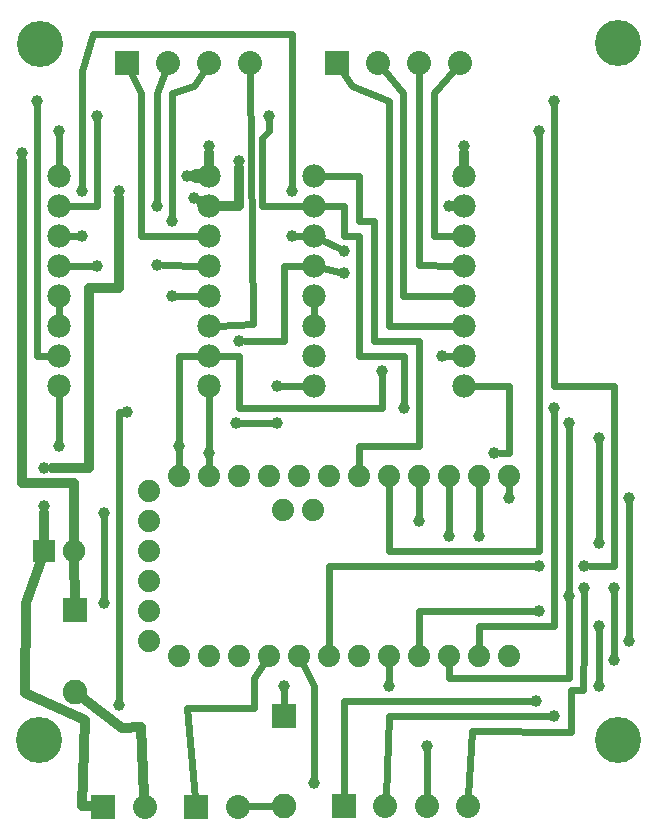
<source format=gbl>
G04 MADE WITH FRITZING*
G04 WWW.FRITZING.ORG*
G04 DOUBLE SIDED*
G04 HOLES PLATED*
G04 CONTOUR ON CENTER OF CONTOUR VECTOR*
%ASAXBY*%
%FSLAX23Y23*%
%MOIN*%
%OFA0B0*%
%SFA1.0B1.0*%
%ADD10C,0.039370*%
%ADD11C,0.082000*%
%ADD12C,0.080000*%
%ADD13C,0.153543*%
%ADD14C,0.075000*%
%ADD15C,0.074000*%
%ADD16C,0.078000*%
%ADD17R,0.082000X0.082000*%
%ADD18R,0.080000X0.080000*%
%ADD19R,0.075000X0.075000*%
%ADD20C,0.024000*%
%ADD21C,0.032000*%
%ADD22C,0.048000*%
%LNCOPPER0*%
G90*
G70*
G54D10*
X541Y2048D03*
X541Y1798D03*
X491Y2098D03*
X493Y1899D03*
X1516Y2298D03*
X666Y2298D03*
X166Y2348D03*
X591Y2198D03*
X41Y2273D03*
X616Y2123D03*
X116Y1098D03*
X116Y1223D03*
X366Y2148D03*
X766Y2248D03*
X1466Y2098D03*
X291Y2398D03*
X866Y2398D03*
X1316Y1423D03*
X1766Y2348D03*
X1816Y1423D03*
X1241Y1548D03*
X1441Y1598D03*
X1116Y1948D03*
X1866Y1373D03*
X1766Y748D03*
X1116Y1873D03*
X666Y1273D03*
X1616Y1273D03*
X941Y2148D03*
X941Y1998D03*
X241Y2148D03*
X241Y1998D03*
X291Y1898D03*
X766Y1648D03*
X566Y1298D03*
X916Y498D03*
X1916Y898D03*
X1766Y898D03*
X91Y2448D03*
X1816Y2448D03*
X1966Y1323D03*
X1966Y973D03*
X1666Y1123D03*
X2066Y1123D03*
X1366Y1048D03*
X2016Y823D03*
X1466Y998D03*
X1566Y998D03*
X1391Y298D03*
X1916Y823D03*
X1866Y798D03*
X166Y1298D03*
X1966Y698D03*
X1966Y498D03*
X1016Y173D03*
X1266Y498D03*
X316Y1073D03*
X316Y773D03*
X891Y1498D03*
X391Y1409D03*
X366Y434D03*
X1755Y448D03*
X2066Y648D03*
X1816Y398D03*
X2016Y584D03*
X755Y1373D03*
X891Y1373D03*
G54D11*
X218Y751D03*
X218Y475D03*
G54D12*
X1116Y98D03*
X1253Y98D03*
X1391Y98D03*
X1529Y98D03*
X391Y2573D03*
X528Y2573D03*
X666Y2573D03*
X804Y2573D03*
X1091Y2573D03*
X1228Y2573D03*
X1366Y2573D03*
X1504Y2573D03*
G54D11*
X916Y396D03*
X916Y98D03*
G54D12*
X623Y93D03*
X761Y93D03*
X313Y93D03*
X451Y93D03*
G54D13*
X100Y318D03*
X2029Y318D03*
X2029Y2641D03*
X104Y2635D03*
G54D14*
X116Y947D03*
X216Y947D03*
G54D15*
X466Y1148D03*
X466Y1048D03*
X466Y948D03*
X466Y848D03*
X466Y748D03*
X466Y648D03*
X566Y1198D03*
X666Y1198D03*
X766Y1198D03*
X866Y1198D03*
X966Y1198D03*
X911Y1083D03*
X1011Y1083D03*
X1066Y1198D03*
X1166Y1198D03*
X1266Y1198D03*
X1366Y1198D03*
X1466Y1198D03*
X1566Y1198D03*
X1666Y1198D03*
X1666Y598D03*
X1566Y598D03*
X1466Y598D03*
X1366Y598D03*
X1266Y598D03*
X1166Y598D03*
X1066Y598D03*
X966Y598D03*
X866Y598D03*
X766Y598D03*
X666Y598D03*
X566Y598D03*
G54D16*
X667Y2197D03*
X667Y2097D03*
X667Y1997D03*
X667Y1897D03*
X667Y1797D03*
X667Y1697D03*
X667Y1597D03*
X667Y1497D03*
X166Y2198D03*
X166Y2098D03*
X166Y1998D03*
X166Y1898D03*
X166Y1798D03*
X166Y1698D03*
X166Y1598D03*
X166Y1498D03*
X1016Y2198D03*
X1016Y2098D03*
X1016Y1998D03*
X1016Y1898D03*
X1016Y1798D03*
X1016Y1698D03*
X1016Y1598D03*
X1016Y1498D03*
X1516Y2198D03*
X1516Y2098D03*
X1516Y1998D03*
X1516Y1898D03*
X1516Y1798D03*
X1516Y1698D03*
X1516Y1598D03*
X1516Y1498D03*
G54D17*
X218Y751D03*
G54D18*
X1116Y98D03*
X391Y2573D03*
X1091Y2573D03*
G54D17*
X916Y397D03*
G54D18*
X623Y93D03*
X313Y93D03*
G54D19*
X116Y947D03*
G54D20*
X1266Y1697D02*
X1486Y1697D01*
D02*
X1141Y2498D02*
X1266Y2445D01*
D02*
X1266Y2445D02*
X1266Y1697D01*
D02*
X1108Y2547D02*
X1141Y2498D01*
D02*
X1314Y1798D02*
X1486Y1798D01*
D02*
X1314Y2474D02*
X1314Y1798D01*
D02*
X1249Y2549D02*
X1314Y2474D01*
D02*
X1367Y1899D02*
X1486Y1898D01*
D02*
X1366Y2541D02*
X1367Y1899D01*
D02*
X1415Y1996D02*
X1486Y1997D01*
D02*
X1415Y2474D02*
X1415Y1996D01*
D02*
X1483Y2549D02*
X1415Y2474D01*
D02*
X439Y1996D02*
X637Y1997D01*
D02*
X439Y2474D02*
X439Y1996D01*
D02*
X404Y2545D02*
X439Y2474D01*
D02*
X811Y1703D02*
X697Y1698D01*
D02*
X804Y2541D02*
X811Y1703D01*
D02*
X560Y1798D02*
X637Y1797D01*
D02*
X616Y2498D02*
X541Y2474D01*
D02*
X541Y2474D02*
X541Y2067D01*
D02*
X649Y2547D02*
X616Y2498D01*
D02*
X512Y1899D02*
X637Y1897D01*
D02*
X491Y2473D02*
X491Y2117D01*
D02*
X518Y2543D02*
X491Y2473D01*
D02*
X166Y1748D02*
X166Y1767D01*
D02*
X166Y1728D02*
X166Y1748D01*
D02*
X1016Y1748D02*
X1016Y1728D01*
D02*
X1016Y1767D02*
X1016Y1748D01*
G54D21*
D02*
X666Y2273D02*
X667Y2233D01*
D02*
X1516Y2233D02*
X1516Y2273D01*
G54D20*
D02*
X166Y2273D02*
X166Y2228D01*
D02*
X1766Y948D02*
X1766Y2329D01*
D02*
X1266Y948D02*
X1766Y948D01*
D02*
X166Y2329D02*
X166Y2273D01*
D02*
X1266Y1166D02*
X1266Y948D01*
G54D22*
D02*
X621Y2197D02*
X626Y2197D01*
G54D21*
D02*
X216Y1173D02*
X41Y1173D01*
D02*
X41Y1173D02*
X41Y2248D01*
D02*
X216Y981D02*
X216Y1173D01*
D02*
X266Y1823D02*
X266Y1223D01*
D02*
X366Y1823D02*
X266Y1823D01*
D02*
X366Y2023D02*
X366Y1823D01*
D02*
X116Y1073D02*
X116Y981D01*
D02*
X266Y1223D02*
X141Y1223D01*
D02*
X366Y2123D02*
X366Y2023D01*
D02*
X635Y2113D02*
X638Y2112D01*
D02*
X616Y2197D02*
X632Y2197D01*
D02*
X766Y2098D02*
X703Y2097D01*
D02*
X766Y2223D02*
X766Y2098D01*
D02*
X1481Y2098D02*
X1491Y2098D01*
G54D20*
D02*
X841Y2323D02*
X841Y2284D01*
D02*
X841Y2284D02*
X841Y2098D01*
D02*
X866Y2348D02*
X841Y2323D01*
D02*
X841Y2098D02*
X986Y2098D01*
D02*
X866Y2379D02*
X866Y2348D01*
D02*
X291Y2098D02*
X291Y2379D01*
D02*
X196Y2098D02*
X291Y2098D01*
D02*
X1166Y2198D02*
X1046Y2198D01*
D02*
X1166Y1298D02*
X1366Y1298D01*
D02*
X1366Y1298D02*
X1366Y1648D01*
D02*
X1366Y1648D02*
X1216Y1648D01*
D02*
X1216Y1648D02*
X1216Y2048D01*
D02*
X1216Y2048D02*
X1166Y2048D01*
D02*
X1166Y2048D02*
X1166Y2198D01*
D02*
X1166Y1229D02*
X1166Y1298D01*
D02*
X1116Y2098D02*
X1046Y2098D01*
D02*
X1816Y698D02*
X1816Y1404D01*
D02*
X1566Y698D02*
X1816Y698D01*
D02*
X1316Y1598D02*
X1166Y1598D01*
D02*
X1166Y1598D02*
X1166Y1998D01*
D02*
X1316Y1442D02*
X1316Y1598D01*
D02*
X1166Y1998D02*
X1116Y1998D01*
D02*
X1116Y1998D02*
X1116Y2098D01*
D02*
X1566Y629D02*
X1566Y698D01*
G54D21*
D02*
X51Y473D02*
X55Y773D01*
D02*
X252Y383D02*
X51Y473D01*
D02*
X55Y773D02*
X105Y914D01*
D02*
X241Y98D02*
X252Y383D01*
D02*
X277Y95D02*
X241Y98D01*
G54D20*
D02*
X1460Y1598D02*
X1486Y1598D01*
D02*
X1241Y1423D02*
X1241Y1529D01*
D02*
X766Y1423D02*
X1241Y1423D01*
D02*
X766Y1598D02*
X766Y1423D01*
D02*
X697Y1597D02*
X766Y1598D01*
D02*
X1099Y1956D02*
X1043Y1984D01*
D02*
X1866Y817D02*
X1866Y1354D01*
D02*
X1866Y648D02*
X1866Y779D01*
D02*
X1466Y523D02*
X1866Y523D01*
D02*
X1866Y523D02*
X1866Y648D01*
D02*
X1466Y566D02*
X1466Y523D01*
D02*
X1098Y1877D02*
X1045Y1890D01*
D02*
X1366Y748D02*
X1747Y748D01*
D02*
X1366Y629D02*
X1366Y748D01*
D02*
X566Y1598D02*
X637Y1597D01*
D02*
X566Y1229D02*
X566Y1598D01*
D02*
X666Y1373D02*
X667Y1467D01*
D02*
X666Y1229D02*
X666Y1373D01*
D02*
X666Y1292D02*
X667Y1467D01*
D02*
X1666Y1273D02*
X1635Y1273D01*
D02*
X1666Y1498D02*
X1666Y1273D01*
D02*
X1546Y1498D02*
X1666Y1498D01*
D02*
X241Y2548D02*
X280Y2671D01*
D02*
X241Y2167D02*
X241Y2548D01*
D02*
X943Y2671D02*
X941Y2167D01*
D02*
X960Y1998D02*
X986Y1998D01*
D02*
X280Y2671D02*
X943Y2671D01*
D02*
X196Y1998D02*
X222Y1998D01*
D02*
X916Y1898D02*
X986Y1898D01*
D02*
X916Y1648D02*
X916Y1898D01*
D02*
X785Y1648D02*
X916Y1648D01*
D02*
X196Y1898D02*
X272Y1898D01*
D02*
X816Y523D02*
X849Y572D01*
D02*
X816Y423D02*
X816Y523D01*
D02*
X591Y423D02*
X816Y423D01*
D02*
X620Y124D02*
X591Y423D01*
D02*
X566Y1279D02*
X566Y1229D01*
D02*
X916Y428D02*
X916Y479D01*
D02*
X841Y98D02*
X792Y95D01*
D02*
X884Y98D02*
X841Y98D01*
D02*
X91Y1598D02*
X136Y1598D01*
D02*
X91Y2429D02*
X91Y1598D01*
D02*
X1816Y1498D02*
X1816Y2429D01*
D02*
X1935Y898D02*
X2016Y898D01*
D02*
X2016Y1498D02*
X1816Y1498D01*
D02*
X2016Y898D02*
X2016Y1498D01*
D02*
X1066Y898D02*
X1747Y898D01*
D02*
X1066Y629D02*
X1066Y898D01*
D02*
X1666Y1142D02*
X1666Y1166D01*
D02*
X1116Y448D02*
X1736Y448D01*
D02*
X2066Y667D02*
X2066Y1104D01*
D02*
X1116Y129D02*
X1116Y448D01*
D02*
X1966Y992D02*
X1966Y1304D01*
D02*
X1366Y1067D02*
X1366Y1166D01*
D02*
X2016Y603D02*
X2016Y804D01*
D02*
X1266Y398D02*
X1797Y398D01*
D02*
X1255Y129D02*
X1266Y398D01*
D02*
X1916Y804D02*
X1916Y648D01*
D02*
X1541Y348D02*
X1530Y129D01*
D02*
X1872Y343D02*
X1541Y348D01*
D02*
X1916Y648D02*
X1911Y483D01*
D02*
X1911Y483D02*
X1872Y483D01*
D02*
X1872Y483D02*
X1872Y343D01*
D02*
X1566Y1166D02*
X1566Y1017D01*
D02*
X1466Y1017D02*
X1466Y1166D01*
D02*
X1391Y129D02*
X1391Y279D01*
D02*
X1016Y498D02*
X1016Y298D01*
D02*
X980Y570D02*
X1016Y498D01*
D02*
X166Y1317D02*
X166Y1467D01*
D02*
X1966Y517D02*
X1966Y679D01*
D02*
X1266Y566D02*
X1266Y517D01*
D02*
X1016Y298D02*
X1016Y192D01*
D02*
X316Y792D02*
X316Y1054D01*
D02*
X910Y1498D02*
X986Y1498D01*
D02*
X366Y453D02*
X366Y1409D01*
D02*
X366Y1409D02*
X372Y1409D01*
D02*
X774Y1373D02*
X872Y1373D01*
G54D21*
D02*
X218Y789D02*
X217Y912D01*
D02*
X376Y358D02*
X248Y453D01*
D02*
X439Y360D02*
X376Y358D01*
D02*
X450Y129D02*
X439Y360D01*
G04 End of Copper0*
M02*
</source>
